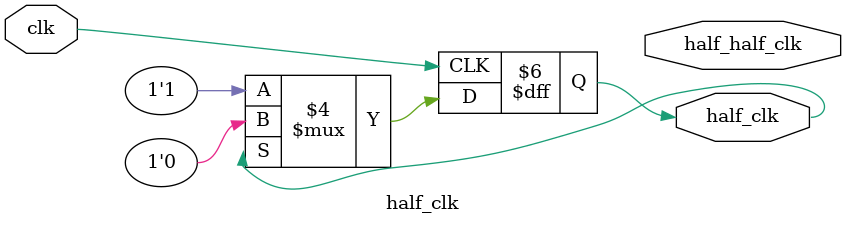
<source format=v>
module half_clk(
    input clk,
    output reg half_clk, half_half_clk
);

always @(posedge clk)
begin
	if(clk)
	begin
		if(half_clk == 1'd1)
			half_clk <= 1'd0;
		else
			half_clk <= 1'd1;
	end
	else
		half_clk <= half_clk;
end

endmodule
</source>
